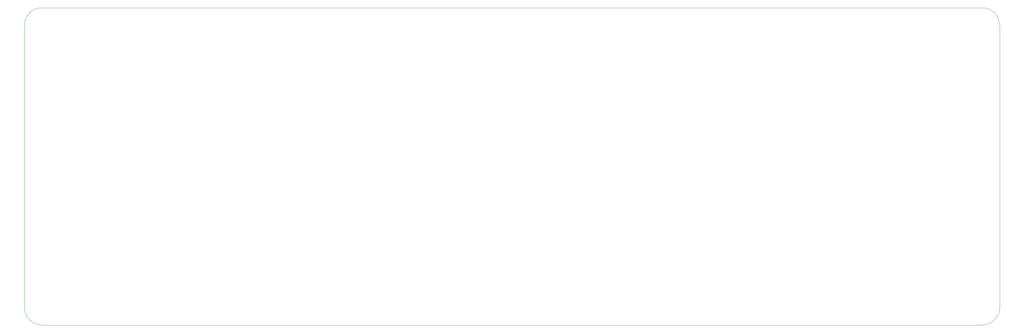
<source format=gm1>
G04 #@! TF.GenerationSoftware,KiCad,Pcbnew,(5.1.4-0-10_14)*
G04 #@! TF.CreationDate,2020-05-16T01:02:51+09:00*
G04 #@! TF.ProjectId,chavdai40,63686176-6461-4693-9430-2e6b69636164,rev?*
G04 #@! TF.SameCoordinates,Original*
G04 #@! TF.FileFunction,Profile,NP*
%FSLAX46Y46*%
G04 Gerber Fmt 4.6, Leading zero omitted, Abs format (unit mm)*
G04 Created by KiCad (PCBNEW (5.1.4-0-10_14)) date 2020-05-16 01:02:51*
%MOMM*%
%LPD*%
G04 APERTURE LIST*
%ADD10C,0.050000*%
G04 APERTURE END LIST*
D10*
X289600000Y-12000000D02*
G75*
G02X294600000Y-17000000I0J-5000000D01*
G01*
X294600000Y-99000000D02*
G75*
G02X289600000Y-104000000I-5000000J0D01*
G01*
X17000000Y-104000000D02*
G75*
G02X12000000Y-99000000I0J5000000D01*
G01*
X12001500Y-17000000D02*
G75*
G02X17000000Y-12001500I4998500J0D01*
G01*
X17000000Y-104000000D02*
X289600000Y-104000000D01*
X294600000Y-99000000D02*
X294600000Y-17000000D01*
X12000000Y-17000000D02*
X12000000Y-99000000D01*
X17000000Y-12001500D02*
X289600000Y-12000000D01*
M02*

</source>
